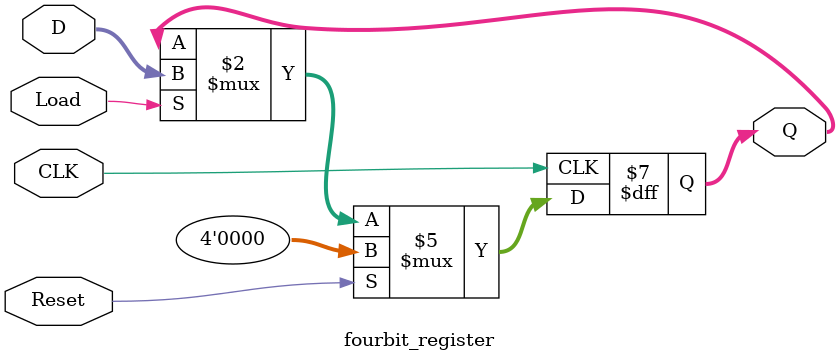
<source format=v>
`timescale 1ns / 1ps

module fourbit_register(CLK, D, Reset, Load, Q);

// Define external wires
input CLK;
input wire [3:0] D;
input wire [0:0] Reset;
input wire [0:0] Load;
output reg [3:0] Q;

// Logic
always @(posedge CLK)
    if(Reset)
        begin
            Q <= 0;
        end
    else if (Load)
        begin
            Q <= D;
        end   

endmodule

</source>
